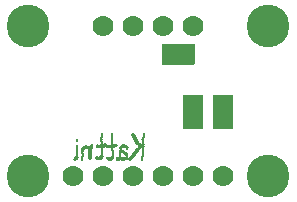
<source format=gbr>
G04 EAGLE Gerber RS-274X export*
G75*
%MOMM*%
%FSLAX34Y34*%
%LPD*%
%INSoldermask Bottom*%
%IPPOS*%
%AMOC8*
5,1,8,0,0,1.08239X$1,22.5*%
G01*
%ADD10C,1.778000*%
%ADD11C,3.617600*%
%ADD12R,1.651000X2.921000*%
%ADD13R,0.063500X0.012700*%
%ADD14R,0.127000X0.012700*%
%ADD15R,0.165100X0.012700*%
%ADD16R,0.190500X0.012700*%
%ADD17R,0.012700X0.012700*%
%ADD18R,0.025400X0.012700*%
%ADD19R,0.203200X0.012700*%
%ADD20R,0.292100X0.012700*%
%ADD21R,0.139700X0.012700*%
%ADD22R,0.215900X0.012700*%
%ADD23R,0.038100X0.012700*%
%ADD24R,0.355600X0.012700*%
%ADD25R,0.266700X0.012700*%
%ADD26R,0.228600X0.012700*%
%ADD27R,0.114300X0.012700*%
%ADD28R,0.419100X0.012700*%
%ADD29R,0.330200X0.012700*%
%ADD30R,0.101600X0.012700*%
%ADD31R,0.241300X0.012700*%
%ADD32R,0.177800X0.012700*%
%ADD33R,0.482600X0.012700*%
%ADD34R,0.381000X0.012700*%
%ADD35R,0.254000X0.012700*%
%ADD36R,0.850900X0.012700*%
%ADD37R,0.279400X0.012700*%
%ADD38R,0.889000X0.012700*%
%ADD39R,0.457200X0.012700*%
%ADD40R,0.088900X0.012700*%
%ADD41R,0.914400X0.012700*%
%ADD42R,0.508000X0.012700*%
%ADD43R,0.152400X0.012700*%
%ADD44R,0.304800X0.012700*%
%ADD45R,0.927100X0.012700*%
%ADD46R,0.520700X0.012700*%
%ADD47R,0.393700X0.012700*%
%ADD48R,0.317500X0.012700*%
%ADD49R,0.939800X0.012700*%
%ADD50R,0.546100X0.012700*%
%ADD51R,0.431800X0.012700*%
%ADD52R,0.342900X0.012700*%
%ADD53R,0.965200X0.012700*%
%ADD54R,0.571500X0.012700*%
%ADD55R,0.469900X0.012700*%
%ADD56R,0.596900X0.012700*%
%ADD57R,0.495300X0.012700*%
%ADD58R,0.368300X0.012700*%
%ADD59R,0.977900X0.012700*%
%ADD60R,0.533400X0.012700*%
%ADD61R,0.990600X0.012700*%
%ADD62R,0.609600X0.012700*%
%ADD63R,0.558800X0.012700*%
%ADD64R,0.622300X0.012700*%
%ADD65R,0.584200X0.012700*%
%ADD66R,0.635000X0.012700*%
%ADD67R,0.406400X0.012700*%
%ADD68R,0.647700X0.012700*%
%ADD69R,0.050800X0.012700*%
%ADD70R,0.876300X0.012700*%
%ADD71R,0.863600X0.012700*%
%ADD72R,0.698500X0.012700*%
%ADD73R,0.723900X0.012700*%
%ADD74R,0.660400X0.012700*%
%ADD75R,0.685800X0.012700*%
%ADD76R,0.762000X0.012700*%
%ADD77R,0.711200X0.012700*%
%ADD78R,0.673100X0.012700*%
%ADD79R,0.787400X0.012700*%
%ADD80R,0.749300X0.012700*%
%ADD81R,0.825500X0.012700*%
%ADD82R,0.774700X0.012700*%
%ADD83R,0.800100X0.012700*%
%ADD84R,0.838200X0.012700*%
%ADD85R,0.444500X0.012700*%
%ADD86R,0.901700X0.012700*%
%ADD87R,0.812800X0.012700*%
%ADD88R,0.076200X0.012700*%

G36*
X165218Y119396D02*
X165218Y119396D01*
X165337Y119403D01*
X165375Y119416D01*
X165416Y119421D01*
X165526Y119464D01*
X165639Y119501D01*
X165674Y119523D01*
X165711Y119538D01*
X165807Y119608D01*
X165908Y119671D01*
X165936Y119701D01*
X165969Y119724D01*
X166045Y119816D01*
X166126Y119903D01*
X166146Y119938D01*
X166171Y119969D01*
X166222Y120077D01*
X166280Y120181D01*
X166290Y120221D01*
X166307Y120257D01*
X166329Y120374D01*
X166359Y120489D01*
X166363Y120550D01*
X166367Y120570D01*
X166365Y120590D01*
X166369Y120650D01*
X166369Y135890D01*
X166354Y136008D01*
X166347Y136127D01*
X166334Y136165D01*
X166329Y136206D01*
X166286Y136316D01*
X166249Y136429D01*
X166227Y136464D01*
X166212Y136501D01*
X166143Y136597D01*
X166079Y136698D01*
X166049Y136726D01*
X166026Y136759D01*
X165934Y136835D01*
X165847Y136916D01*
X165812Y136936D01*
X165781Y136961D01*
X165673Y137012D01*
X165569Y137070D01*
X165529Y137080D01*
X165493Y137097D01*
X165376Y137119D01*
X165261Y137149D01*
X165201Y137153D01*
X165181Y137157D01*
X165160Y137155D01*
X165100Y137159D01*
X139700Y137159D01*
X139582Y137144D01*
X139463Y137137D01*
X139425Y137124D01*
X139384Y137119D01*
X139274Y137076D01*
X139161Y137039D01*
X139126Y137017D01*
X139089Y137002D01*
X138993Y136933D01*
X138892Y136869D01*
X138864Y136839D01*
X138831Y136816D01*
X138756Y136724D01*
X138674Y136637D01*
X138654Y136602D01*
X138629Y136571D01*
X138578Y136463D01*
X138520Y136359D01*
X138510Y136319D01*
X138493Y136283D01*
X138471Y136166D01*
X138441Y136051D01*
X138437Y135991D01*
X138433Y135971D01*
X138434Y135964D01*
X138433Y135962D01*
X138434Y135946D01*
X138431Y135890D01*
X138431Y120650D01*
X138446Y120532D01*
X138453Y120413D01*
X138466Y120375D01*
X138471Y120334D01*
X138514Y120224D01*
X138551Y120111D01*
X138573Y120076D01*
X138588Y120039D01*
X138658Y119943D01*
X138721Y119842D01*
X138751Y119814D01*
X138774Y119781D01*
X138866Y119706D01*
X138953Y119624D01*
X138988Y119604D01*
X139019Y119579D01*
X139127Y119528D01*
X139231Y119470D01*
X139271Y119460D01*
X139307Y119443D01*
X139424Y119421D01*
X139539Y119391D01*
X139600Y119387D01*
X139620Y119383D01*
X139640Y119385D01*
X139700Y119381D01*
X165100Y119381D01*
X165218Y119396D01*
G37*
D10*
X88900Y152400D03*
X114300Y152400D03*
X139700Y152400D03*
X165100Y152400D03*
X63500Y25400D03*
X88900Y25400D03*
X114300Y25400D03*
X139700Y25400D03*
X165100Y25400D03*
X190500Y25400D03*
D11*
X25400Y152400D03*
X228600Y152400D03*
D12*
X165100Y79248D03*
X190246Y79248D03*
D13*
X121666Y37592D03*
D14*
X121603Y37719D03*
D15*
X121666Y37846D03*
D16*
X121666Y37973D03*
D17*
X105791Y37973D03*
X105410Y37973D03*
D18*
X104585Y37973D03*
D13*
X94234Y37973D03*
D18*
X65342Y37973D03*
D17*
X65024Y37973D03*
D19*
X121603Y38100D03*
D20*
X105410Y38100D03*
D21*
X101346Y38100D03*
D19*
X94171Y38100D03*
D21*
X65151Y38100D03*
D22*
X121666Y38227D03*
D23*
X110998Y38227D03*
D24*
X105474Y38227D03*
D22*
X101346Y38227D03*
D25*
X94234Y38227D03*
D16*
X65151Y38227D03*
D26*
X121603Y38354D03*
D27*
X110998Y38354D03*
D28*
X105537Y38354D03*
D25*
X101346Y38354D03*
D29*
X94171Y38354D03*
D30*
X70930Y38354D03*
D26*
X65215Y38354D03*
D31*
X121666Y38481D03*
D32*
X111062Y38481D03*
D33*
X105474Y38481D03*
D20*
X101346Y38481D03*
D34*
X94171Y38481D03*
D14*
X85154Y38481D03*
D21*
X70993Y38481D03*
D35*
X65215Y38481D03*
D31*
X121666Y38608D03*
D22*
X111125Y38608D03*
D36*
X104013Y38608D03*
D28*
X94107Y38608D03*
D22*
X85090Y38608D03*
D32*
X70930Y38608D03*
D37*
X65215Y38608D03*
D31*
X121666Y38735D03*
D35*
X111189Y38735D03*
D38*
X104077Y38735D03*
D39*
X94044Y38735D03*
D20*
X85090Y38735D03*
D40*
X77597Y38735D03*
D19*
X70930Y38735D03*
D20*
X65278Y38735D03*
D31*
X121666Y38862D03*
D25*
X111252Y38862D03*
D41*
X104077Y38862D03*
D42*
X94044Y38862D03*
D24*
X85027Y38862D03*
D43*
X77661Y38862D03*
D19*
X70930Y38862D03*
D44*
X65342Y38862D03*
D31*
X121666Y38989D03*
D44*
X111316Y38989D03*
D45*
X104140Y38989D03*
D46*
X94107Y38989D03*
D47*
X84963Y38989D03*
D32*
X77661Y38989D03*
D26*
X70930Y38989D03*
D29*
X65342Y38989D03*
D31*
X121666Y39116D03*
D48*
X111379Y39116D03*
D49*
X104204Y39116D03*
D50*
X94107Y39116D03*
D51*
X85027Y39116D03*
D19*
X77661Y39116D03*
D26*
X70930Y39116D03*
D52*
X65405Y39116D03*
D31*
X121666Y39243D03*
D29*
X111443Y39243D03*
D53*
X104204Y39243D03*
D54*
X94107Y39243D03*
D55*
X84963Y39243D03*
D26*
X77661Y39243D03*
X70930Y39243D03*
D52*
X65405Y39243D03*
D31*
X121666Y39370D03*
D24*
X111570Y39370D03*
D53*
X104204Y39370D03*
D56*
X94107Y39370D03*
D57*
X84963Y39370D03*
D31*
X77724Y39370D03*
X70993Y39370D03*
D24*
X65469Y39370D03*
D31*
X121666Y39497D03*
D58*
X111633Y39497D03*
D59*
X104267Y39497D03*
D56*
X94234Y39497D03*
D60*
X85027Y39497D03*
D35*
X77661Y39497D03*
D31*
X70993Y39497D03*
D24*
X65469Y39497D03*
D26*
X121730Y39624D03*
D34*
X111697Y39624D03*
D61*
X104331Y39624D03*
D62*
X94171Y39624D03*
D63*
X85027Y39624D03*
D35*
X77661Y39624D03*
D31*
X70993Y39624D03*
D24*
X65596Y39624D03*
D26*
X121730Y39751D03*
D47*
X111760Y39751D03*
D61*
X104331Y39751D03*
D64*
X94234Y39751D03*
D65*
X85027Y39751D03*
D35*
X77661Y39751D03*
D31*
X70993Y39751D03*
D24*
X65596Y39751D03*
D26*
X121730Y39878D03*
D47*
X111887Y39878D03*
D59*
X104394Y39878D03*
D66*
X94298Y39878D03*
D56*
X85090Y39878D03*
D25*
X77724Y39878D03*
D31*
X70993Y39878D03*
D24*
X65723Y39878D03*
D31*
X121793Y40005D03*
D67*
X111951Y40005D03*
D59*
X104521Y40005D03*
D66*
X94298Y40005D03*
D62*
X85027Y40005D03*
D25*
X77724Y40005D03*
D31*
X70993Y40005D03*
D24*
X65723Y40005D03*
D31*
X121793Y40132D03*
D47*
X112014Y40132D03*
D59*
X104521Y40132D03*
D68*
X94361Y40132D03*
D62*
X85154Y40132D03*
D25*
X77724Y40132D03*
D31*
X71120Y40132D03*
D52*
X65786Y40132D03*
D26*
X121857Y40259D03*
D47*
X112141Y40259D03*
D48*
X107823Y40259D03*
D44*
X103061Y40259D03*
D43*
X100521Y40259D03*
D66*
X94425Y40259D03*
X85154Y40259D03*
D25*
X77724Y40259D03*
D31*
X71120Y40259D03*
D48*
X65913Y40259D03*
D26*
X121857Y40386D03*
D47*
X112268Y40386D03*
D20*
X108077Y40386D03*
D25*
X102997Y40386D03*
D30*
X100521Y40386D03*
D29*
X96076Y40386D03*
D37*
X92647Y40386D03*
D66*
X85154Y40386D03*
D25*
X77724Y40386D03*
D31*
X71120Y40386D03*
D20*
X66167Y40386D03*
D26*
X121857Y40513D03*
D58*
X112395Y40513D03*
D25*
X108204Y40513D03*
D31*
X102870Y40513D03*
D69*
X100521Y40513D03*
D44*
X96203Y40513D03*
D22*
X92456Y40513D03*
D66*
X85281Y40513D03*
D25*
X77724Y40513D03*
D31*
X71120Y40513D03*
D35*
X66358Y40513D03*
D26*
X121857Y40640D03*
D24*
X112586Y40640D03*
D31*
X108331Y40640D03*
D26*
X102807Y40640D03*
D37*
X96330Y40640D03*
D32*
X92393Y40640D03*
D66*
X85281Y40640D03*
D25*
X77724Y40640D03*
D31*
X71120Y40640D03*
X66421Y40640D03*
D26*
X121857Y40767D03*
D52*
X112776Y40767D03*
D26*
X108395Y40767D03*
X102807Y40767D03*
D37*
X96457Y40767D03*
D43*
X92393Y40767D03*
D66*
X85281Y40767D03*
D25*
X77724Y40767D03*
D31*
X71120Y40767D03*
X66421Y40767D03*
D26*
X121857Y40894D03*
D29*
X112967Y40894D03*
D26*
X108395Y40894D03*
X102934Y40894D03*
D25*
X96520Y40894D03*
D27*
X92329Y40894D03*
D48*
X86995Y40894D03*
D35*
X83503Y40894D03*
D25*
X77724Y40894D03*
D31*
X71120Y40894D03*
X66421Y40894D03*
D22*
X121920Y41021D03*
D29*
X113094Y41021D03*
D22*
X108458Y41021D03*
D26*
X102934Y41021D03*
D35*
X96584Y41021D03*
D20*
X87122Y41021D03*
D22*
X83312Y41021D03*
D25*
X77724Y41021D03*
D35*
X71184Y41021D03*
X66485Y41021D03*
D22*
X121920Y41148D03*
D29*
X113221Y41148D03*
D22*
X108458Y41148D03*
D26*
X102934Y41148D03*
D35*
X96584Y41148D03*
D20*
X87249Y41148D03*
D32*
X83249Y41148D03*
D25*
X77724Y41148D03*
D31*
X71247Y41148D03*
D35*
X66485Y41148D03*
D22*
X121920Y41275D03*
D48*
X113411Y41275D03*
D22*
X108458Y41275D03*
D26*
X102934Y41275D03*
D31*
X96647Y41275D03*
D25*
X87376Y41275D03*
D21*
X83312Y41275D03*
D25*
X77724Y41275D03*
D31*
X71247Y41275D03*
X66548Y41275D03*
D26*
X121984Y41402D03*
D48*
X113538Y41402D03*
D22*
X108458Y41402D03*
D26*
X102934Y41402D03*
D31*
X96647Y41402D03*
D35*
X87440Y41402D03*
D40*
X83185Y41402D03*
D25*
X77724Y41402D03*
D31*
X71247Y41402D03*
X66548Y41402D03*
D26*
X121984Y41529D03*
D48*
X113665Y41529D03*
D22*
X108458Y41529D03*
D26*
X102934Y41529D03*
D35*
X96711Y41529D03*
X87440Y41529D03*
D25*
X77724Y41529D03*
D31*
X71247Y41529D03*
X66548Y41529D03*
D26*
X121984Y41656D03*
D48*
X113665Y41656D03*
D22*
X108458Y41656D03*
D26*
X102934Y41656D03*
D31*
X96774Y41656D03*
D35*
X87567Y41656D03*
D25*
X77724Y41656D03*
D31*
X71247Y41656D03*
D35*
X66612Y41656D03*
D26*
X121984Y41783D03*
D48*
X113792Y41783D03*
D22*
X108458Y41783D03*
D26*
X102934Y41783D03*
D31*
X96774Y41783D03*
D35*
X87567Y41783D03*
D25*
X77724Y41783D03*
D31*
X71247Y41783D03*
X66675Y41783D03*
D26*
X121984Y41910D03*
D48*
X113919Y41910D03*
D22*
X108458Y41910D03*
D31*
X102997Y41910D03*
X96774Y41910D03*
D35*
X87567Y41910D03*
D25*
X77724Y41910D03*
D31*
X71247Y41910D03*
X66675Y41910D03*
D26*
X121984Y42037D03*
D29*
X113983Y42037D03*
D22*
X108458Y42037D03*
D31*
X102997Y42037D03*
X96774Y42037D03*
X87630Y42037D03*
D25*
X77724Y42037D03*
D31*
X71247Y42037D03*
X66675Y42037D03*
D26*
X121984Y42164D03*
D29*
X114110Y42164D03*
D22*
X108458Y42164D03*
D26*
X103061Y42164D03*
D31*
X96774Y42164D03*
X87630Y42164D03*
D25*
X77724Y42164D03*
D31*
X71247Y42164D03*
X66675Y42164D03*
D26*
X121984Y42291D03*
D48*
X114173Y42291D03*
D26*
X108395Y42291D03*
X103061Y42291D03*
D31*
X96774Y42291D03*
X87630Y42291D03*
D25*
X77724Y42291D03*
D31*
X71247Y42291D03*
X66675Y42291D03*
D26*
X121984Y42418D03*
D48*
X114300Y42418D03*
D31*
X108331Y42418D03*
D26*
X103061Y42418D03*
D31*
X96774Y42418D03*
X87630Y42418D03*
D25*
X77724Y42418D03*
D31*
X71247Y42418D03*
X66675Y42418D03*
D26*
X121984Y42545D03*
D44*
X114364Y42545D03*
D31*
X108331Y42545D03*
D26*
X103061Y42545D03*
D31*
X96774Y42545D03*
X87630Y42545D03*
D25*
X77724Y42545D03*
D31*
X71247Y42545D03*
X66675Y42545D03*
D26*
X121984Y42672D03*
D44*
X114491Y42672D03*
D35*
X108268Y42672D03*
D26*
X103061Y42672D03*
D31*
X96774Y42672D03*
X87630Y42672D03*
D25*
X77724Y42672D03*
D31*
X71247Y42672D03*
X66675Y42672D03*
X122047Y42799D03*
D20*
X114554Y42799D03*
D35*
X108141Y42799D03*
D31*
X103124Y42799D03*
X96774Y42799D03*
X87630Y42799D03*
D25*
X77724Y42799D03*
D31*
X71247Y42799D03*
X66675Y42799D03*
X122047Y42926D03*
D20*
X114681Y42926D03*
D35*
X108141Y42926D03*
D31*
X103124Y42926D03*
X96774Y42926D03*
X87630Y42926D03*
D25*
X77724Y42926D03*
D31*
X71247Y42926D03*
X66675Y42926D03*
X122047Y43053D03*
D20*
X114808Y43053D03*
D25*
X108077Y43053D03*
D31*
X103124Y43053D03*
X96774Y43053D03*
X87630Y43053D03*
D25*
X77724Y43053D03*
D31*
X71247Y43053D03*
X66675Y43053D03*
X122047Y43180D03*
D20*
X114808Y43180D03*
D35*
X108014Y43180D03*
D31*
X103124Y43180D03*
X96774Y43180D03*
X87630Y43180D03*
D25*
X77724Y43180D03*
D31*
X71247Y43180D03*
X66675Y43180D03*
X122047Y43307D03*
D20*
X114935Y43307D03*
D25*
X107950Y43307D03*
D31*
X103124Y43307D03*
X96774Y43307D03*
X87630Y43307D03*
D25*
X77724Y43307D03*
D31*
X71247Y43307D03*
X66675Y43307D03*
D26*
X122111Y43434D03*
D37*
X114999Y43434D03*
D25*
X107823Y43434D03*
D31*
X103124Y43434D03*
X96774Y43434D03*
X87630Y43434D03*
D25*
X77724Y43434D03*
D31*
X71247Y43434D03*
X66675Y43434D03*
D26*
X122111Y43561D03*
D20*
X115062Y43561D03*
X107696Y43561D03*
D26*
X103188Y43561D03*
D31*
X96774Y43561D03*
X87630Y43561D03*
D25*
X77724Y43561D03*
D31*
X71247Y43561D03*
X66675Y43561D03*
D26*
X122111Y43688D03*
D20*
X115189Y43688D03*
X107569Y43688D03*
D31*
X103251Y43688D03*
X96774Y43688D03*
X87630Y43688D03*
D25*
X77724Y43688D03*
D31*
X71247Y43688D03*
D26*
X66612Y43688D03*
X122111Y43815D03*
D44*
X115253Y43815D03*
X107379Y43815D03*
D31*
X103251Y43815D03*
X96774Y43815D03*
X87630Y43815D03*
D25*
X77724Y43815D03*
D35*
X71184Y43815D03*
D31*
X66548Y43815D03*
D26*
X122111Y43942D03*
D44*
X115380Y43942D03*
D48*
X107315Y43942D03*
D31*
X103251Y43942D03*
X96774Y43942D03*
X87630Y43942D03*
D25*
X77724Y43942D03*
D31*
X71120Y43942D03*
X66548Y43942D03*
X122174Y44069D03*
D44*
X115507Y44069D03*
D52*
X107061Y44069D03*
D31*
X103251Y44069D03*
X96774Y44069D03*
X87630Y44069D03*
D25*
X77724Y44069D03*
D31*
X71120Y44069D03*
X66548Y44069D03*
X122174Y44196D03*
D20*
X115570Y44196D03*
D34*
X106744Y44196D03*
D26*
X103315Y44196D03*
X96711Y44196D03*
D31*
X87630Y44196D03*
D25*
X77724Y44196D03*
D31*
X71120Y44196D03*
X66548Y44196D03*
X122174Y44323D03*
D44*
X115634Y44323D03*
D68*
X105410Y44323D03*
D31*
X96647Y44323D03*
X87630Y44323D03*
D25*
X77724Y44323D03*
D31*
X71120Y44323D03*
X66548Y44323D03*
D26*
X122238Y44450D03*
D20*
X115697Y44450D03*
D66*
X105347Y44450D03*
D31*
X96647Y44450D03*
X87630Y44450D03*
D25*
X77724Y44450D03*
D31*
X71120Y44450D03*
X66548Y44450D03*
D26*
X122238Y44577D03*
D44*
X115761Y44577D03*
D64*
X105283Y44577D03*
D31*
X96647Y44577D03*
X87630Y44577D03*
D25*
X77724Y44577D03*
D31*
X71120Y44577D03*
X66548Y44577D03*
D26*
X122238Y44704D03*
D44*
X115888Y44704D03*
D64*
X105283Y44704D03*
D31*
X96647Y44704D03*
X87630Y44704D03*
D25*
X77724Y44704D03*
D31*
X71120Y44704D03*
X66548Y44704D03*
D26*
X122238Y44831D03*
D44*
X116015Y44831D03*
D62*
X105220Y44831D03*
D31*
X96647Y44831D03*
X87630Y44831D03*
D25*
X77724Y44831D03*
D31*
X71120Y44831D03*
X66548Y44831D03*
D26*
X122238Y44958D03*
D48*
X116078Y44958D03*
D56*
X105156Y44958D03*
D31*
X96647Y44958D03*
X87630Y44958D03*
D25*
X77724Y44958D03*
D31*
X71120Y44958D03*
X66548Y44958D03*
D26*
X122238Y45085D03*
D48*
X116205Y45085D03*
D65*
X105093Y45085D03*
D31*
X96647Y45085D03*
X87630Y45085D03*
D25*
X77724Y45085D03*
D31*
X71120Y45085D03*
X66548Y45085D03*
D26*
X122238Y45212D03*
D44*
X116269Y45212D03*
D54*
X105029Y45212D03*
D31*
X96647Y45212D03*
X87630Y45212D03*
D25*
X77724Y45212D03*
D31*
X71120Y45212D03*
X66548Y45212D03*
D26*
X122238Y45339D03*
D44*
X116396Y45339D03*
D63*
X104966Y45339D03*
D31*
X96647Y45339D03*
X87630Y45339D03*
D25*
X77724Y45339D03*
D31*
X71120Y45339D03*
X66548Y45339D03*
D26*
X122238Y45466D03*
D44*
X116523Y45466D03*
D60*
X104839Y45466D03*
D31*
X96647Y45466D03*
X87630Y45466D03*
D25*
X77724Y45466D03*
D31*
X71120Y45466D03*
X66548Y45466D03*
D26*
X122238Y45593D03*
D44*
X116650Y45593D03*
D42*
X104712Y45593D03*
D31*
X96647Y45593D03*
D26*
X87567Y45593D03*
D37*
X77661Y45593D03*
D35*
X71184Y45593D03*
D31*
X66548Y45593D03*
D26*
X122238Y45720D03*
D48*
X116713Y45720D03*
D33*
X104712Y45720D03*
D31*
X96647Y45720D03*
D26*
X87567Y45720D03*
D37*
X77661Y45720D03*
D31*
X71247Y45720D03*
X66548Y45720D03*
D26*
X122238Y45847D03*
D48*
X116840Y45847D03*
D39*
X104585Y45847D03*
D31*
X96647Y45847D03*
X87503Y45847D03*
D37*
X77661Y45847D03*
D31*
X71247Y45847D03*
X66548Y45847D03*
D26*
X122238Y45974D03*
D44*
X116904Y45974D03*
D51*
X104458Y45974D03*
D31*
X96647Y45974D03*
X87503Y45974D03*
D37*
X77661Y45974D03*
D31*
X71247Y45974D03*
X66421Y45974D03*
D26*
X122238Y46101D03*
D48*
X116967Y46101D03*
D47*
X104267Y46101D03*
D31*
X96647Y46101D03*
X87503Y46101D03*
D37*
X77661Y46101D03*
D31*
X71247Y46101D03*
X66421Y46101D03*
D26*
X122238Y46228D03*
D48*
X117094Y46228D03*
D24*
X104077Y46228D03*
D31*
X96520Y46228D03*
X87503Y46228D03*
D20*
X77724Y46228D03*
D31*
X71247Y46228D03*
X66421Y46228D03*
D26*
X122238Y46355D03*
D29*
X117285Y46355D03*
D44*
X103823Y46355D03*
D31*
X96520Y46355D03*
X87503Y46355D03*
D20*
X77724Y46355D03*
D31*
X71247Y46355D03*
X66421Y46355D03*
D26*
X122238Y46482D03*
D29*
X117412Y46482D03*
D26*
X103442Y46482D03*
D31*
X96520Y46482D03*
X87503Y46482D03*
D44*
X77661Y46482D03*
D35*
X71311Y46482D03*
D31*
X66421Y46482D03*
D26*
X122238Y46609D03*
D29*
X117539Y46609D03*
D26*
X103442Y46609D03*
D31*
X96520Y46609D03*
X87503Y46609D03*
D44*
X77661Y46609D03*
D35*
X71311Y46609D03*
D31*
X66421Y46609D03*
D26*
X122238Y46736D03*
D52*
X117602Y46736D03*
D22*
X103505Y46736D03*
D31*
X96520Y46736D03*
X87503Y46736D03*
D44*
X77661Y46736D03*
D35*
X71438Y46736D03*
D31*
X66421Y46736D03*
D26*
X122238Y46863D03*
D52*
X117729Y46863D03*
D22*
X103505Y46863D03*
D31*
X96520Y46863D03*
X87503Y46863D03*
D48*
X77597Y46863D03*
D35*
X71438Y46863D03*
D26*
X66358Y46863D03*
X122238Y46990D03*
D52*
X117856Y46990D03*
D22*
X103505Y46990D03*
D31*
X96520Y46990D03*
X87503Y46990D03*
D48*
X77597Y46990D03*
D25*
X71501Y46990D03*
D31*
X66294Y46990D03*
D26*
X122238Y47117D03*
D52*
X117983Y47117D03*
D22*
X103505Y47117D03*
D31*
X96520Y47117D03*
X87503Y47117D03*
D29*
X77534Y47117D03*
D25*
X71628Y47117D03*
D31*
X66294Y47117D03*
D26*
X122238Y47244D03*
D29*
X118047Y47244D03*
D22*
X103505Y47244D03*
D31*
X96520Y47244D03*
X87503Y47244D03*
D24*
X77534Y47244D03*
D25*
X71628Y47244D03*
D31*
X66294Y47244D03*
D26*
X122238Y47371D03*
D29*
X118174Y47371D03*
D30*
X109030Y47371D03*
D26*
X103569Y47371D03*
D31*
X96520Y47371D03*
X87503Y47371D03*
D58*
X77470Y47371D03*
D37*
X71692Y47371D03*
D31*
X66294Y47371D03*
D26*
X122238Y47498D03*
D52*
X118237Y47498D03*
D14*
X109030Y47498D03*
D26*
X103569Y47498D03*
X96457Y47498D03*
X87440Y47498D03*
D34*
X77407Y47498D03*
D25*
X71755Y47498D03*
D31*
X66294Y47498D03*
D26*
X122238Y47625D03*
D52*
X118491Y47625D03*
D32*
X109030Y47625D03*
D26*
X103569Y47625D03*
X96457Y47625D03*
X87440Y47625D03*
D67*
X77407Y47625D03*
D37*
X71819Y47625D03*
D31*
X66294Y47625D03*
D26*
X122238Y47752D03*
D29*
X118555Y47752D03*
D32*
X109030Y47752D03*
D26*
X103569Y47752D03*
D31*
X96393Y47752D03*
X87376Y47752D03*
D51*
X77280Y47752D03*
D20*
X71882Y47752D03*
D31*
X66294Y47752D03*
D26*
X122238Y47879D03*
D24*
X118682Y47879D03*
D19*
X109030Y47879D03*
D31*
X103632Y47879D03*
X96393Y47879D03*
X87376Y47879D03*
D57*
X77089Y47879D03*
D20*
X72009Y47879D03*
D31*
X66294Y47879D03*
X122301Y48006D03*
D52*
X118745Y48006D03*
D19*
X109030Y48006D03*
D26*
X103696Y48006D03*
D31*
X96393Y48006D03*
D26*
X87440Y48006D03*
D63*
X76772Y48006D03*
D48*
X72136Y48006D03*
D31*
X66294Y48006D03*
X122301Y48133D03*
D52*
X118872Y48133D03*
D22*
X108966Y48133D03*
D31*
X103759Y48133D03*
X96393Y48133D03*
X87376Y48133D03*
D38*
X75121Y48133D03*
D31*
X66294Y48133D03*
X122301Y48260D03*
D29*
X119063Y48260D03*
D22*
X108966Y48260D03*
D35*
X103823Y48260D03*
D31*
X96393Y48260D03*
X87376Y48260D03*
D70*
X75184Y48260D03*
D31*
X66294Y48260D03*
X122301Y48387D03*
D29*
X119190Y48387D03*
D31*
X108966Y48387D03*
X103886Y48387D03*
X96393Y48387D03*
X87376Y48387D03*
D38*
X75248Y48387D03*
D31*
X66294Y48387D03*
X122301Y48514D03*
D29*
X119317Y48514D03*
D31*
X108839Y48514D03*
D35*
X103950Y48514D03*
D31*
X96393Y48514D03*
X87376Y48514D03*
D70*
X75311Y48514D03*
D31*
X66294Y48514D03*
D54*
X120650Y48641D03*
D31*
X108839Y48641D03*
D35*
X103950Y48641D03*
D31*
X96393Y48641D03*
X87376Y48641D03*
D71*
X75375Y48641D03*
D31*
X66421Y48641D03*
D54*
X120650Y48768D03*
D35*
X108776Y48768D03*
D25*
X104013Y48768D03*
D46*
X94996Y48768D03*
D31*
X87376Y48768D03*
D15*
X85090Y48768D03*
D70*
X75438Y48768D03*
D31*
X66421Y48768D03*
D63*
X120714Y48895D03*
D25*
X108712Y48895D03*
D37*
X104204Y48895D03*
D50*
X94869Y48895D03*
D46*
X85979Y48895D03*
D71*
X75502Y48895D03*
D31*
X66421Y48895D03*
D50*
X120777Y49022D03*
D20*
X108458Y49022D03*
D37*
X104331Y49022D03*
D68*
X95250Y49022D03*
D54*
X85979Y49022D03*
D71*
X75502Y49022D03*
D31*
X66421Y49022D03*
D60*
X120841Y49149D03*
D72*
X106426Y49149D03*
D73*
X95377Y49149D03*
D74*
X86297Y49149D03*
D35*
X78677Y49149D03*
D65*
X74232Y49149D03*
D31*
X66421Y49149D03*
D46*
X120904Y49276D03*
D75*
X106490Y49276D03*
D76*
X95568Y49276D03*
D77*
X86424Y49276D03*
D35*
X78677Y49276D03*
D54*
X74168Y49276D03*
D31*
X66421Y49276D03*
D42*
X120968Y49403D03*
D78*
X106426Y49403D03*
D79*
X95695Y49403D03*
D80*
X86487Y49403D03*
D35*
X78677Y49403D03*
D50*
X74168Y49403D03*
D31*
X66421Y49403D03*
D57*
X121031Y49530D03*
D68*
X106426Y49530D03*
D81*
X95758Y49530D03*
D82*
X86614Y49530D03*
D31*
X78740Y49530D03*
D46*
X74168Y49530D03*
D31*
X66421Y49530D03*
D33*
X121095Y49657D03*
D68*
X106426Y49657D03*
D71*
X95949Y49657D03*
D83*
X86741Y49657D03*
D31*
X78740Y49657D03*
D57*
X74168Y49657D03*
D31*
X66294Y49657D03*
D55*
X121158Y49784D03*
D64*
X106426Y49784D03*
D70*
X96012Y49784D03*
D84*
X86805Y49784D03*
D35*
X78804Y49784D03*
D85*
X74168Y49784D03*
D26*
X66358Y49784D03*
D39*
X121222Y49911D03*
D56*
X106426Y49911D03*
D38*
X96076Y49911D03*
D71*
X86932Y49911D03*
D31*
X78867Y49911D03*
D67*
X74105Y49911D03*
D26*
X66358Y49911D03*
D85*
X121285Y50038D03*
D54*
X106426Y50038D03*
D86*
X96139Y50038D03*
D70*
X86995Y50038D03*
D31*
X78867Y50038D03*
D52*
X74168Y50038D03*
D26*
X66358Y50038D03*
D39*
X121222Y50165D03*
D54*
X106426Y50165D03*
D86*
X96139Y50165D03*
D70*
X86995Y50165D03*
D35*
X78931Y50165D03*
D25*
X74041Y50165D03*
D22*
X66294Y50165D03*
D33*
X121095Y50292D03*
D50*
X106426Y50292D03*
D41*
X96203Y50292D03*
D38*
X87059Y50292D03*
D35*
X78931Y50292D03*
D32*
X73851Y50292D03*
D19*
X66358Y50292D03*
D42*
X120968Y50419D03*
D46*
X106426Y50419D03*
D86*
X96266Y50419D03*
D38*
X87186Y50419D03*
D31*
X78867Y50419D03*
D18*
X73851Y50419D03*
D32*
X66358Y50419D03*
D60*
X120841Y50546D03*
D57*
X106426Y50546D03*
D86*
X96266Y50546D03*
D38*
X87186Y50546D03*
D26*
X78931Y50546D03*
D43*
X66358Y50546D03*
D50*
X120777Y50673D03*
D55*
X106426Y50673D03*
D38*
X96330Y50673D03*
D70*
X87249Y50673D03*
D26*
X78931Y50673D03*
D14*
X66358Y50673D03*
D63*
X120714Y50800D03*
D28*
X106426Y50800D03*
D70*
X96393Y50800D03*
D71*
X87313Y50800D03*
D22*
X78994Y50800D03*
D69*
X66358Y50800D03*
D54*
X120650Y50927D03*
D47*
X106426Y50927D03*
D71*
X96457Y50927D03*
D36*
X87376Y50927D03*
D19*
X78931Y50927D03*
D65*
X120587Y51054D03*
D29*
X106363Y51054D03*
D87*
X96711Y51054D03*
D84*
X87440Y51054D03*
D32*
X78931Y51054D03*
D56*
X120523Y51181D03*
D35*
X106363Y51181D03*
D63*
X97981Y51181D03*
D54*
X88773Y51181D03*
D13*
X84074Y51181D03*
D21*
X78994Y51181D03*
D64*
X120396Y51308D03*
D88*
X106490Y51308D03*
D50*
X97917Y51308D03*
X88900Y51308D03*
D40*
X78994Y51308D03*
D66*
X120333Y51435D03*
D31*
X99441Y51435D03*
X96393Y51435D03*
D37*
X90107Y51435D03*
D31*
X87376Y51435D03*
D68*
X120269Y51562D03*
D16*
X99568Y51562D03*
D31*
X96393Y51562D03*
D26*
X90361Y51562D03*
D31*
X87376Y51562D03*
D74*
X120206Y51689D03*
D21*
X99568Y51689D03*
D31*
X96393Y51689D03*
D19*
X90361Y51689D03*
D31*
X87376Y51689D03*
D78*
X120142Y51816D03*
D88*
X99632Y51816D03*
D31*
X96393Y51816D03*
D15*
X90424Y51816D03*
D31*
X87376Y51816D03*
X122301Y51943D03*
D67*
X118682Y51943D03*
D31*
X96393Y51943D03*
D27*
X90424Y51943D03*
D31*
X87376Y51943D03*
D26*
X122365Y52070D03*
D47*
X118491Y52070D03*
D31*
X96393Y52070D03*
X87376Y52070D03*
D26*
X122365Y52197D03*
D34*
X118301Y52197D03*
D31*
X96393Y52197D03*
X87376Y52197D03*
D26*
X122365Y52324D03*
D58*
X118110Y52324D03*
D31*
X96393Y52324D03*
X87376Y52324D03*
X122428Y52451D03*
D24*
X117920Y52451D03*
D31*
X96393Y52451D03*
X87376Y52451D03*
X122428Y52578D03*
D52*
X117856Y52578D03*
D31*
X96393Y52578D03*
X87376Y52578D03*
X122428Y52705D03*
D52*
X117729Y52705D03*
D31*
X96393Y52705D03*
X87376Y52705D03*
X122428Y52832D03*
D48*
X117602Y52832D03*
D31*
X96393Y52832D03*
X87376Y52832D03*
X122428Y52959D03*
D48*
X117475Y52959D03*
D31*
X96393Y52959D03*
X87376Y52959D03*
X122428Y53086D03*
D48*
X117348Y53086D03*
D31*
X96393Y53086D03*
X87376Y53086D03*
X122428Y53213D03*
D44*
X117285Y53213D03*
D31*
X96393Y53213D03*
X87376Y53213D03*
X122428Y53340D03*
D20*
X117221Y53340D03*
D31*
X96393Y53340D03*
X87376Y53340D03*
X122428Y53467D03*
D20*
X117094Y53467D03*
D31*
X96393Y53467D03*
X87376Y53467D03*
D26*
X122492Y53594D03*
D20*
X116967Y53594D03*
D31*
X96393Y53594D03*
X87376Y53594D03*
D26*
X122492Y53721D03*
D37*
X116904Y53721D03*
D31*
X96393Y53721D03*
X87376Y53721D03*
D27*
X66421Y53721D03*
D26*
X122492Y53848D03*
D25*
X116840Y53848D03*
D31*
X96393Y53848D03*
X87376Y53848D03*
D21*
X66421Y53848D03*
D26*
X122492Y53975D03*
D25*
X116713Y53975D03*
D26*
X96330Y53975D03*
D31*
X87376Y53975D03*
D32*
X66358Y53975D03*
D26*
X122492Y54102D03*
D37*
X116650Y54102D03*
D26*
X96330Y54102D03*
D31*
X87249Y54102D03*
D16*
X66421Y54102D03*
D31*
X122555Y54229D03*
D25*
X116586Y54229D03*
D26*
X96330Y54229D03*
D35*
X87313Y54229D03*
D22*
X66421Y54229D03*
D31*
X122555Y54356D03*
D37*
X116523Y54356D03*
D26*
X96330Y54356D03*
D31*
X87249Y54356D03*
D22*
X66421Y54356D03*
D31*
X122555Y54483D03*
D25*
X116459Y54483D03*
D26*
X96330Y54483D03*
D31*
X87249Y54483D03*
D26*
X66358Y54483D03*
X122619Y54610D03*
D25*
X116459Y54610D03*
D26*
X96330Y54610D03*
D31*
X87249Y54610D03*
D26*
X66358Y54610D03*
X122619Y54737D03*
D25*
X116332Y54737D03*
D26*
X96330Y54737D03*
D31*
X87249Y54737D03*
X66421Y54737D03*
D26*
X122619Y54864D03*
D25*
X116332Y54864D03*
D31*
X96266Y54864D03*
X87249Y54864D03*
X66421Y54864D03*
D26*
X122619Y54991D03*
D25*
X116205Y54991D03*
D31*
X96266Y54991D03*
X87249Y54991D03*
D26*
X66358Y54991D03*
X122619Y55118D03*
D25*
X116205Y55118D03*
D31*
X96266Y55118D03*
X87249Y55118D03*
D22*
X66421Y55118D03*
D31*
X122682Y55245D03*
D25*
X116078Y55245D03*
D31*
X96266Y55245D03*
X87249Y55245D03*
D22*
X66421Y55245D03*
D31*
X122682Y55372D03*
D25*
X116078Y55372D03*
D31*
X96266Y55372D03*
X87249Y55372D03*
D19*
X66358Y55372D03*
D31*
X122682Y55499D03*
D25*
X115951Y55499D03*
D31*
X96266Y55499D03*
X87249Y55499D03*
D16*
X66421Y55499D03*
D31*
X122682Y55626D03*
D37*
X115888Y55626D03*
D31*
X96266Y55626D03*
X87249Y55626D03*
D15*
X66421Y55626D03*
D31*
X122682Y55753D03*
D25*
X115824Y55753D03*
D31*
X96266Y55753D03*
X87249Y55753D03*
D21*
X66421Y55753D03*
D35*
X122746Y55880D03*
D25*
X115824Y55880D03*
D31*
X96266Y55880D03*
X87249Y55880D03*
D40*
X66421Y55880D03*
D35*
X122746Y56007D03*
X115761Y56007D03*
D31*
X96266Y56007D03*
X87249Y56007D03*
X122809Y56134D03*
D25*
X115697Y56134D03*
D31*
X96266Y56134D03*
D26*
X87313Y56134D03*
D31*
X122809Y56261D03*
D35*
X115634Y56261D03*
D31*
X96266Y56261D03*
X87249Y56261D03*
X122809Y56388D03*
D25*
X115570Y56388D03*
D31*
X96266Y56388D03*
X87249Y56388D03*
X122809Y56515D03*
D35*
X115507Y56515D03*
D31*
X96266Y56515D03*
X87249Y56515D03*
X122809Y56642D03*
D35*
X115507Y56642D03*
D31*
X96266Y56642D03*
X87249Y56642D03*
X122809Y56769D03*
D35*
X115380Y56769D03*
D31*
X96266Y56769D03*
X87249Y56769D03*
X122809Y56896D03*
D35*
X115380Y56896D03*
D31*
X96266Y56896D03*
X87249Y56896D03*
X122809Y57023D03*
D25*
X115316Y57023D03*
D26*
X96330Y57023D03*
X87313Y57023D03*
D31*
X122936Y57150D03*
D35*
X115253Y57150D03*
D26*
X96330Y57150D03*
D31*
X87249Y57150D03*
D35*
X122873Y57277D03*
D25*
X115189Y57277D03*
D26*
X96330Y57277D03*
X87313Y57277D03*
D31*
X122936Y57404D03*
D25*
X115189Y57404D03*
D26*
X96330Y57404D03*
X87313Y57404D03*
D31*
X122936Y57531D03*
D25*
X115062Y57531D03*
D31*
X96393Y57531D03*
X87376Y57531D03*
X122936Y57658D03*
D25*
X115062Y57658D03*
D31*
X96393Y57658D03*
X87376Y57658D03*
X122936Y57785D03*
D37*
X114999Y57785D03*
D31*
X96393Y57785D03*
X87376Y57785D03*
X122936Y57912D03*
D25*
X114935Y57912D03*
D31*
X96393Y57912D03*
X87376Y57912D03*
X122936Y58039D03*
D37*
X114872Y58039D03*
D31*
X96393Y58039D03*
X87376Y58039D03*
X122936Y58166D03*
D25*
X114808Y58166D03*
D31*
X96393Y58166D03*
X87376Y58166D03*
X122936Y58293D03*
D35*
X114745Y58293D03*
D31*
X96393Y58293D03*
X87376Y58293D03*
X122936Y58420D03*
D25*
X114681Y58420D03*
D31*
X96393Y58420D03*
X87376Y58420D03*
X122936Y58547D03*
D35*
X114618Y58547D03*
D31*
X96393Y58547D03*
X87376Y58547D03*
X122936Y58674D03*
D25*
X114554Y58674D03*
D31*
X96393Y58674D03*
X87376Y58674D03*
X122936Y58801D03*
D25*
X114554Y58801D03*
D31*
X96393Y58801D03*
X87376Y58801D03*
X122936Y58928D03*
D25*
X114427Y58928D03*
D31*
X96393Y58928D03*
X87376Y58928D03*
X122936Y59055D03*
D25*
X114427Y59055D03*
D31*
X96393Y59055D03*
X87376Y59055D03*
D26*
X123000Y59182D03*
D25*
X114300Y59182D03*
D31*
X96393Y59182D03*
X87376Y59182D03*
D26*
X123000Y59309D03*
D25*
X114300Y59309D03*
D26*
X96457Y59309D03*
D31*
X87376Y59309D03*
X123063Y59436D03*
D25*
X114173Y59436D03*
D26*
X96457Y59436D03*
D31*
X87376Y59436D03*
X123063Y59563D03*
D25*
X114173Y59563D03*
D26*
X96457Y59563D03*
D31*
X87376Y59563D03*
X123063Y59690D03*
D25*
X114173Y59690D03*
D26*
X96457Y59690D03*
D31*
X87376Y59690D03*
X123063Y59817D03*
D35*
X114110Y59817D03*
D26*
X96457Y59817D03*
D31*
X87376Y59817D03*
X123063Y59944D03*
D35*
X114110Y59944D03*
D26*
X96457Y59944D03*
D31*
X87376Y59944D03*
X123063Y60071D03*
X114046Y60071D03*
D19*
X96457Y60071D03*
D26*
X87440Y60071D03*
D22*
X123063Y60198D03*
D26*
X113983Y60198D03*
D19*
X96457Y60198D03*
D22*
X87376Y60198D03*
X123063Y60325D03*
D26*
X113983Y60325D03*
D32*
X96457Y60325D03*
D22*
X87376Y60325D03*
D19*
X123000Y60452D03*
D26*
X113983Y60452D03*
D43*
X96457Y60452D03*
D16*
X87376Y60452D03*
X123063Y60579D03*
D19*
X113983Y60579D03*
D14*
X96457Y60579D03*
D15*
X87376Y60579D03*
X123063Y60706D03*
D19*
X113983Y60706D03*
D88*
X96457Y60706D03*
D21*
X87376Y60706D03*
X123063Y60833D03*
D32*
X113983Y60833D03*
D40*
X87376Y60833D03*
X123063Y60960D03*
D43*
X113983Y60960D03*
D27*
X113919Y61087D03*
D11*
X25400Y25400D03*
X228600Y25400D03*
M02*

</source>
